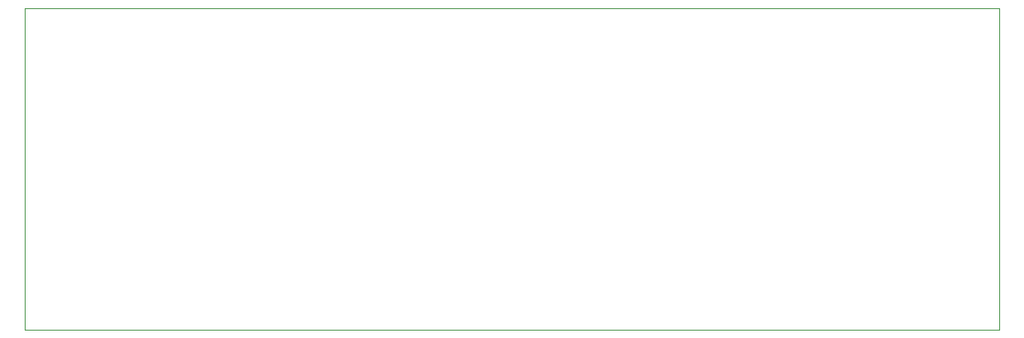
<source format=gm1>
%TF.GenerationSoftware,KiCad,Pcbnew,(5.99.0-10682-g4bb4606811)*%
%TF.CreationDate,2021-08-27T09:32:21+01:00*%
%TF.ProjectId,dc-to-pd-2,64632d74-6f2d-4706-942d-322e6b696361,rev?*%
%TF.SameCoordinates,Original*%
%TF.FileFunction,Profile,NP*%
%FSLAX46Y46*%
G04 Gerber Fmt 4.6, Leading zero omitted, Abs format (unit mm)*
G04 Created by KiCad (PCBNEW (5.99.0-10682-g4bb4606811)) date 2021-08-27 09:32:21*
%MOMM*%
%LPD*%
G01*
G04 APERTURE LIST*
%TA.AperFunction,Profile*%
%ADD10C,0.100000*%
%TD*%
G04 APERTURE END LIST*
D10*
X130250000Y-29500000D02*
X130250000Y-62500000D01*
X30250000Y-29500000D02*
X130250000Y-29500000D01*
X30250000Y-62500000D02*
X30250000Y-29500000D01*
X130250000Y-62500000D02*
X30250000Y-62500000D01*
M02*

</source>
